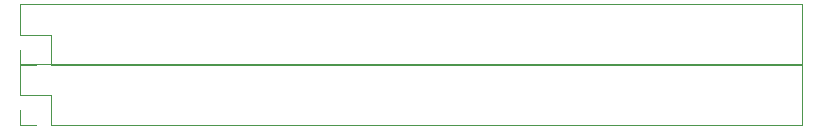
<source format=gbo>
%TF.GenerationSoftware,KiCad,Pcbnew,4.0.7*%
%TF.CreationDate,2018-02-11T18:04:31-06:00*%
%TF.ProjectId,motherboard,6D6F74686572626F6172642E6B696361,rev?*%
%TF.FileFunction,Legend,Bot*%
%FSLAX46Y46*%
G04 Gerber Fmt 4.6, Leading zero omitted, Abs format (unit mm)*
G04 Created by KiCad (PCBNEW 4.0.7) date Sun Feb 11 18:04:31 2018*
%MOMM*%
%LPD*%
G01*
G04 APERTURE LIST*
%ADD10C,0.100000*%
%ADD11C,0.120000*%
%ADD12C,6.750000*%
%ADD13C,5.988000*%
%ADD14R,2.127200X2.127200*%
%ADD15O,2.127200X2.127200*%
%ADD16R,2.100000X2.100000*%
%ADD17O,2.100000X2.100000*%
G04 APERTURE END LIST*
D10*
D11*
X128270000Y-60385000D02*
X191830000Y-60385000D01*
X191830000Y-60385000D02*
X191830000Y-55185000D01*
X191830000Y-55185000D02*
X125670000Y-55185000D01*
X125670000Y-55185000D02*
X125670000Y-57785000D01*
X125670000Y-57785000D02*
X128270000Y-57785000D01*
X128270000Y-57785000D02*
X128270000Y-60385000D01*
X127000000Y-60385000D02*
X125670000Y-60385000D01*
X125670000Y-60385000D02*
X125670000Y-59115000D01*
X128270000Y-55305000D02*
X191830000Y-55305000D01*
X191830000Y-55305000D02*
X191830000Y-50105000D01*
X191830000Y-50105000D02*
X125670000Y-50105000D01*
X125670000Y-50105000D02*
X125670000Y-52705000D01*
X125670000Y-52705000D02*
X128270000Y-52705000D01*
X128270000Y-52705000D02*
X128270000Y-55305000D01*
X127000000Y-55305000D02*
X125670000Y-55305000D01*
X125670000Y-55305000D02*
X125670000Y-54035000D01*
%LPC*%
D12*
X118110000Y-137160000D03*
X198120000Y-137160000D03*
D13*
X195580000Y-51435000D03*
D12*
X121920000Y-51435000D03*
D14*
X187960000Y-92710000D03*
D15*
X190500000Y-92710000D03*
X187960000Y-95250000D03*
X190500000Y-95250000D03*
X187960000Y-97790000D03*
X190500000Y-97790000D03*
X187960000Y-100330000D03*
X190500000Y-100330000D03*
X187960000Y-102870000D03*
X190500000Y-102870000D03*
X187960000Y-105410000D03*
X190500000Y-105410000D03*
X187960000Y-107950000D03*
X190500000Y-107950000D03*
X187960000Y-110490000D03*
X190500000Y-110490000D03*
D16*
X127000000Y-59055000D03*
D17*
X127000000Y-56515000D03*
X129540000Y-59055000D03*
X129540000Y-56515000D03*
X132080000Y-59055000D03*
X132080000Y-56515000D03*
X134620000Y-59055000D03*
X134620000Y-56515000D03*
X137160000Y-59055000D03*
X137160000Y-56515000D03*
X139700000Y-59055000D03*
X139700000Y-56515000D03*
X142240000Y-59055000D03*
X142240000Y-56515000D03*
X144780000Y-59055000D03*
X144780000Y-56515000D03*
X147320000Y-59055000D03*
X147320000Y-56515000D03*
X149860000Y-59055000D03*
X149860000Y-56515000D03*
X152400000Y-59055000D03*
X152400000Y-56515000D03*
X154940000Y-59055000D03*
X154940000Y-56515000D03*
X157480000Y-59055000D03*
X157480000Y-56515000D03*
X160020000Y-59055000D03*
X160020000Y-56515000D03*
X162560000Y-59055000D03*
X162560000Y-56515000D03*
X165100000Y-59055000D03*
X165100000Y-56515000D03*
X167640000Y-59055000D03*
X167640000Y-56515000D03*
X170180000Y-59055000D03*
X170180000Y-56515000D03*
X172720000Y-59055000D03*
X172720000Y-56515000D03*
X175260000Y-59055000D03*
X175260000Y-56515000D03*
X177800000Y-59055000D03*
X177800000Y-56515000D03*
X180340000Y-59055000D03*
X180340000Y-56515000D03*
X182880000Y-59055000D03*
X182880000Y-56515000D03*
X185420000Y-59055000D03*
X185420000Y-56515000D03*
X187960000Y-59055000D03*
X187960000Y-56515000D03*
X190500000Y-59055000D03*
X190500000Y-56515000D03*
D16*
X127000000Y-53975000D03*
D17*
X127000000Y-51435000D03*
X129540000Y-53975000D03*
X129540000Y-51435000D03*
X132080000Y-53975000D03*
X132080000Y-51435000D03*
X134620000Y-53975000D03*
X134620000Y-51435000D03*
X137160000Y-53975000D03*
X137160000Y-51435000D03*
X139700000Y-53975000D03*
X139700000Y-51435000D03*
X142240000Y-53975000D03*
X142240000Y-51435000D03*
X144780000Y-53975000D03*
X144780000Y-51435000D03*
X147320000Y-53975000D03*
X147320000Y-51435000D03*
X149860000Y-53975000D03*
X149860000Y-51435000D03*
X152400000Y-53975000D03*
X152400000Y-51435000D03*
X154940000Y-53975000D03*
X154940000Y-51435000D03*
X157480000Y-53975000D03*
X157480000Y-51435000D03*
X160020000Y-53975000D03*
X160020000Y-51435000D03*
X162560000Y-53975000D03*
X162560000Y-51435000D03*
X165100000Y-53975000D03*
X165100000Y-51435000D03*
X167640000Y-53975000D03*
X167640000Y-51435000D03*
X170180000Y-53975000D03*
X170180000Y-51435000D03*
X172720000Y-53975000D03*
X172720000Y-51435000D03*
X175260000Y-53975000D03*
X175260000Y-51435000D03*
X177800000Y-53975000D03*
X177800000Y-51435000D03*
X180340000Y-53975000D03*
X180340000Y-51435000D03*
X182880000Y-53975000D03*
X182880000Y-51435000D03*
X185420000Y-53975000D03*
X185420000Y-51435000D03*
X187960000Y-53975000D03*
X187960000Y-51435000D03*
X190500000Y-53975000D03*
X190500000Y-51435000D03*
M02*

</source>
